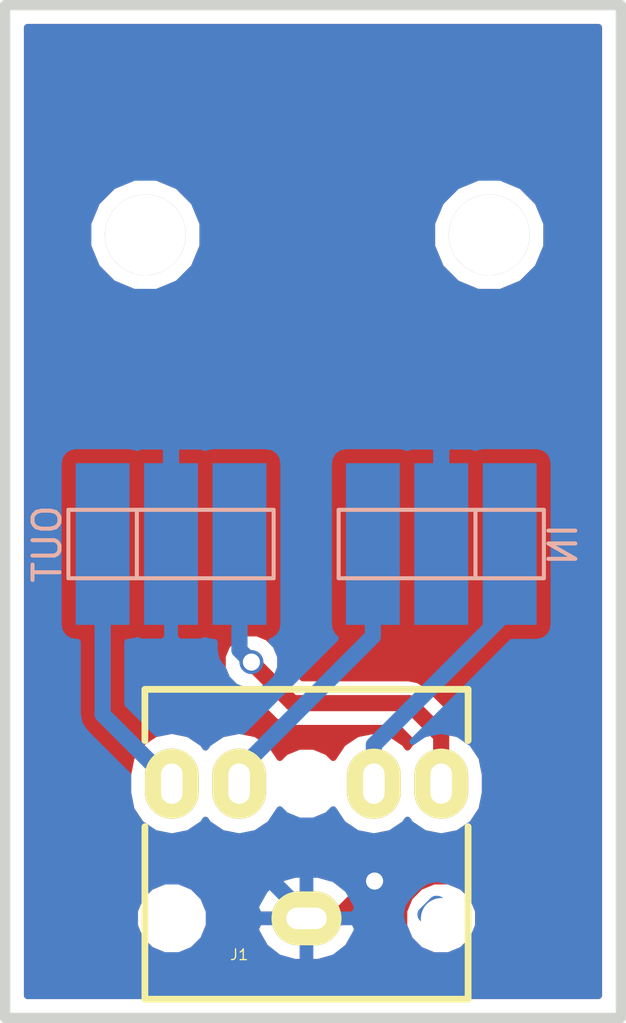
<source format=kicad_pcb>
(kicad_pcb (version 20160815) (host pcbnew 4.1.0-alpha+201608211231+7083~46~ubuntu16.04.1-product)

  (general
    (links 6)
    (no_connects 0)
    (area 100.901499 71.945499 124.142501 109.918501)
    (thickness 1.6002)
    (drawings 5)
    (tracks 38)
    (zones 0)
    (modules 5)
    (nets 6)
  )

  (page A4)
  (title_block
    (date "22 sep 2014")
  )

  (layers
    (0 Front signal)
    (31 Back signal)
    (32 B.Adhes user)
    (33 F.Adhes user)
    (34 B.Paste user)
    (35 F.Paste user)
    (36 B.SilkS user)
    (37 F.SilkS user)
    (38 B.Mask user)
    (39 F.Mask user)
    (40 Dwgs.User user)
    (41 Cmts.User user)
    (42 Eco1.User user)
    (43 Eco2.User user)
    (44 Edge.Cuts user)
  )

  (setup
    (last_trace_width 0.59944)
    (trace_clearance 0.254)
    (zone_clearance 0.508)
    (zone_45_only yes)
    (trace_min 0.2032)
    (segment_width 0.381)
    (edge_width 0.381)
    (via_size 0.889)
    (via_drill 0.635)
    (via_min_size 0.889)
    (via_min_drill 0.508)
    (uvia_size 0.508)
    (uvia_drill 0.127)
    (uvias_allowed no)
    (uvia_min_size 0.508)
    (uvia_min_drill 0.127)
    (pcb_text_width 0.3048)
    (pcb_text_size 1.524 2.032)
    (mod_edge_width 0.381)
    (mod_text_size 1.524 1.524)
    (mod_text_width 0.3048)
    (pad_size 3 3)
    (pad_drill 3)
    (pad_to_mask_clearance 0.254)
    (aux_axis_origin 0 0)
    (visible_elements FFFFFF3F)
    (pcbplotparams
      (layerselection 0x00000_80000000)
      (usegerberextensions false)
      (excludeedgelayer true)
      (linewidth 0.150000)
      (plotframeref false)
      (viasonmask false)
      (mode 1)
      (useauxorigin false)
      (hpglpennumber 1)
      (hpglpenspeed 20)
      (hpglpendiameter 15)
      (psnegative false)
      (psa4output false)
      (plotreference true)
      (plotvalue true)
      (plotinvisibletext false)
      (padsonsilk false)
      (subtractmaskfromsilk false)
      (outputformat 2)
      (mirror false)
      (drillshape 0)
      (scaleselection 1)
      (outputdirectory /home/nail/tmp/plot/))
  )

  (net 0 "")
  (net 1 AGND)
  (net 2 CD_left_in)
  (net 3 RADIO_left_out)
  (net 4 CD_right_in)
  (net 5 RADIO_right_out)

  (net_class Default "This is the default net class."
    (clearance 0.254)
    (trace_width 0.59944)
    (via_dia 0.889)
    (via_drill 0.635)
    (uvia_dia 0.508)
    (uvia_drill 0.127)
    (diff_pair_gap 0.25)
    (diff_pair_width 0.2)
    (add_net AGND)
    (add_net CD_left_in)
    (add_net CD_right_in)
    (add_net RADIO_left_out)
    (add_net RADIO_right_out)
  )

  (module Pin_Headers:Pin_Header_Straight_1x03 (layer Back) (tedit 56C5B6ED) (tstamp 54B4E9C4)
    (at 117.2845 92.1385 180)
    (descr "Through hole pin header")
    (tags "pin header")
    (path /5491A2C9)
    (fp_text reference P1 (at 0 2.286 180) (layer B.SilkS) hide
      (effects (font (size 1 1) (thickness 0.15)) (justify mirror))
    )
    (fp_text value IN (at -4.5212 -0.0254 270) (layer B.SilkS)
      (effects (font (size 1 1) (thickness 0.15)) (justify mirror))
    )
    (fp_line (start -1.27 -1.27) (end 3.81 -1.27) (layer B.SilkS) (width 0.15))
    (fp_line (start 3.81 -1.27) (end 3.81 1.27) (layer B.SilkS) (width 0.15))
    (fp_line (start 3.81 1.27) (end -1.27 1.27) (layer B.SilkS) (width 0.15))
    (fp_line (start -3.81 1.27) (end -1.27 1.27) (layer B.SilkS) (width 0.15))
    (fp_line (start -1.27 1.27) (end -1.27 -1.27) (layer B.SilkS) (width 0.15))
    (fp_line (start -3.81 1.27) (end -3.81 -1.27) (layer B.SilkS) (width 0.15))
    (fp_line (start -3.81 -1.27) (end -1.27 -1.27) (layer B.SilkS) (width 0.15))
    (pad 1 smd rect (at -2.54 0 180) (size 2 6) (layers Back B.Paste B.Mask)
      (net 2 CD_left_in) (zone_connect 2))
    (pad 2 smd rect (at 0 0 180) (size 2 6) (layers Back B.Paste B.Mask)
      (net 1 AGND))
    (pad 3 smd rect (at 2.54 0 180) (size 2 6) (layers Back B.Paste B.Mask)
      (net 4 CD_right_in))
    (model Pin_Headers/Pin_Header_Straight_1x03.wrl
      (at (xyz 0 0 0))
      (scale (xyz 1 1 1))
      (rotate (xyz 0 0 0))
    )
  )

  (module Pin_Headers:Pin_Header_Straight_1x03 (layer Back) (tedit 56C5B6E4) (tstamp 54D35AF3)
    (at 107.2515 92.1385)
    (descr "Through hole pin header")
    (tags "pin header")
    (path /5491A2E7)
    (fp_text reference P2 (at 0 2.286) (layer B.SilkS) hide
      (effects (font (size 1 1) (thickness 0.15)) (justify mirror))
    )
    (fp_text value OUT (at -4.5974 0 -90) (layer B.SilkS)
      (effects (font (size 1 1) (thickness 0.15)) (justify mirror))
    )
    (fp_line (start -1.27 -1.27) (end 3.81 -1.27) (layer B.SilkS) (width 0.15))
    (fp_line (start 3.81 -1.27) (end 3.81 1.27) (layer B.SilkS) (width 0.15))
    (fp_line (start 3.81 1.27) (end -1.27 1.27) (layer B.SilkS) (width 0.15))
    (fp_line (start -3.81 1.27) (end -1.27 1.27) (layer B.SilkS) (width 0.15))
    (fp_line (start -1.27 1.27) (end -1.27 -1.27) (layer B.SilkS) (width 0.15))
    (fp_line (start -3.81 1.27) (end -3.81 -1.27) (layer B.SilkS) (width 0.15))
    (fp_line (start -3.81 -1.27) (end -1.27 -1.27) (layer B.SilkS) (width 0.15))
    (pad 1 smd rect (at -2.54 0) (size 2 6) (layers Back B.Paste B.Mask)
      (net 5 RADIO_right_out))
    (pad 2 smd rect (at 0 0) (size 2 6) (layers Back B.Paste B.Mask)
      (net 1 AGND))
    (pad 3 smd rect (at 2.54 0) (size 2 6) (layers Back B.Paste B.Mask)
      (net 3 RADIO_left_out))
    (model Pin_Headers/Pin_Header_Straight_1x03.wrl
      (at (xyz 0 0 0))
      (scale (xyz 1 1 1))
      (rotate (xyz 0 0 0))
    )
  )

  (module Mounting_Holes:MountingHole_3mm (layer Front) (tedit 56C5B811) (tstamp 56C868BD)
    (at 106.299 80.66024)
    (descr "Mounting hole, Befestigungsbohrung, 3mm, No Annular, Kein Restring,")
    (tags "Mounting hole, Befestigungsbohrung, 3mm, No Annular, Kein Restring,")
    (fp_text reference REF** (at 0 -4.0005) (layer F.SilkS) hide
      (effects (font (size 1 1) (thickness 0.15)))
    )
    (fp_text value MountingHole_3mm (at 1.00076 5.00126) (layer F.Fab) hide
      (effects (font (size 1 1) (thickness 0.15)))
    )
    (fp_circle (center 0 0) (end 3 0) (layer Cmts.User) (width 0.381))
    (pad 1 thru_hole circle (at 0 0) (size 3 3) (drill 3) (layers))
  )

  (module Mounting_Holes:MountingHole_3mm (layer Front) (tedit 56C5B80F) (tstamp 56C868CB)
    (at 119.06504 80.66024)
    (descr "Mounting hole, Befestigungsbohrung, 3mm, No Annular, Kein Restring,")
    (tags "Mounting hole, Befestigungsbohrung, 3mm, No Annular, Kein Restring,")
    (fp_text reference REF** (at 0 -4.0005) (layer F.SilkS) hide
      (effects (font (size 1 1) (thickness 0.15)))
    )
    (fp_text value MountingHole_3mm (at 1.00076 5.00126) (layer F.Fab) hide
      (effects (font (size 1 1) (thickness 0.15)))
    )
    (fp_circle (center 0 0) (end 3 0) (layer Cmts.User) (width 0.381))
    (pad 1 thru_hole circle (at 0 0) (size 3 3) (drill 3) (layers))
  )

  (module jacks:3.5mm_stereo_jack_PJ306M_no_screw_terminal (layer Front) (tedit 5812106C) (tstamp 54D35887)
    (at 112.2807 106.0323 180)
    (path /54919413)
    (fp_text reference J1 (at 2.5 -1.35 180) (layer F.SilkS)
      (effects (font (size 0.39878 0.39878) (thickness 0.0508)))
    )
    (fp_text value SCJ368R1NUS0B00G (at 0 2.35 180) (layer F.SilkS) hide
      (effects (font (thickness 0.3048)))
    )
    (fp_line (start -6 3.4) (end -6 -3) (layer F.SilkS) (width 0.25))
    (fp_line (start 6 3.4) (end 6 -3) (layer F.SilkS) (width 0.25))
    (fp_line (start 6 8.5) (end 6 6.6) (layer F.SilkS) (width 0.25))
    (fp_line (start -6 8.5) (end -6 6.6) (layer F.SilkS) (width 0.25))
    (fp_line (start 6 8.5) (end -6 8.5) (layer F.SilkS) (width 0.25))
    (fp_line (start -6 -3) (end 6 -3) (layer F.SilkS) (width 0.25))
    (pad 1 thru_hole oval (at 0 0 180) (size 2.6 2) (drill oval 1.5 0.8) (layers *.Cu *.Mask F.SilkS)
      (net 1 AGND))
    (pad 2 thru_hole oval (at 5 5 180) (size 2 2.6) (drill oval 0.8 1.5) (layers *.Cu *.Mask F.SilkS)
      (net 5 RADIO_right_out))
    (pad 3 thru_hole oval (at 2.5 5 180) (size 2 2.6) (drill oval 0.8 1.5) (layers *.Cu *.Mask F.SilkS)
      (net 4 CD_right_in))
    (pad 5 thru_hole oval (at -5 5 180) (size 2 2.6) (drill oval 0.8 1.5) (layers *.Cu *.Mask F.SilkS)
      (net 3 RADIO_left_out))
    (pad 4 thru_hole oval (at -2.5 5 180) (size 2 2.6) (drill oval 0.8 1.5) (layers *.Cu *.Mask F.SilkS)
      (net 2 CD_left_in))
    (pad "" np_thru_hole circle (at 0 5 180) (size 1.5 1.5) (drill 1.5) (layers *.Cu *.Mask F.SilkS))
    (pad "" np_thru_hole circle (at 5 0 180) (size 1.5 1.5) (drill 1.5) (layers *.Cu *.Mask F.SilkS))
    (pad "" np_thru_hole circle (at -5 0 180) (size 1.5 1.5) (drill 1.5) (layers *.Cu *.Mask F.SilkS))
  )

  (gr_line (start 101.092 72.136) (end 101.6 72.136) (angle 90) (layer Edge.Cuts) (width 0.381))
  (gr_line (start 101.092 109.728) (end 101.092 72.136) (angle 90) (layer Edge.Cuts) (width 0.381))
  (gr_line (start 123.952 109.728) (end 101.092 109.728) (angle 90) (layer Edge.Cuts) (width 0.381))
  (gr_line (start 123.952 72.136) (end 123.952 109.728) (angle 90) (layer Edge.Cuts) (width 0.381))
  (gr_line (start 101.6 72.136) (end 123.952 72.136) (angle 90) (layer Edge.Cuts) (width 0.381))

  (segment (start 116.6972 105.8926) (end 117.0966 105.4932) (width 0.59944) (layer Back) (net 0) (tstamp 56C5B5E5))
  (segment (start 117.0966 105.4932) (end 117.1378 105.4932) (width 0.59944) (layer Back) (net 0))
  (segment (start 107.2515 92.1385) (end 107.2515 87.9475) (width 0.59944) (layer Back) (net 1) (status 400000))
  (segment (start 110.236 103.886) (end 112.2807 105.9307) (width 0.59944) (layer Back) (net 1) (tstamp 58121429) (status 800000))
  (segment (start 103.632 103.886) (end 110.236 103.886) (width 0.59944) (layer Back) (net 1) (tstamp 58121428))
  (segment (start 102.362 102.616) (end 103.632 103.886) (width 0.59944) (layer Back) (net 1) (tstamp 58121427))
  (segment (start 102.362 88.646) (end 102.362 102.616) (width 0.59944) (layer Back) (net 1) (tstamp 58121426))
  (segment (start 103.378 87.63) (end 102.362 88.646) (width 0.59944) (layer Back) (net 1) (tstamp 58121425))
  (segment (start 106.934 87.63) (end 103.378 87.63) (width 0.59944) (layer Back) (net 1) (tstamp 58121424))
  (segment (start 107.2515 87.9475) (end 106.934 87.63) (width 0.59944) (layer Back) (net 1) (tstamp 58121423))
  (segment (start 112.2807 105.9307) (end 112.2807 106.0323) (width 0.59944) (layer Back) (net 1) (tstamp 5812142A) (status C00000))
  (segment (start 112.2807 106.0323) (end 113.4237 106.0323) (width 0.59944) (layer Front) (net 1) (status C00000))
  (segment (start 113.4237 106.0323) (end 114.808 104.648) (width 0.59944) (layer Front) (net 1) (tstamp 58121411) (status 400000))
  (via (at 114.808 104.648) (size 0.889) (drill 0.635) (layers Front Back) (net 1))
  (segment (start 114.808 104.648) (end 115.316 104.14) (width 0.59944) (layer Back) (net 1) (tstamp 58121415))
  (segment (start 115.316 104.14) (end 119.126 104.14) (width 0.59944) (layer Back) (net 1) (tstamp 58121416))
  (segment (start 119.126 104.14) (end 122.428 100.838) (width 0.59944) (layer Back) (net 1) (tstamp 58121419))
  (segment (start 122.428 100.838) (end 122.428 88.392) (width 0.59944) (layer Back) (net 1) (tstamp 5812141B))
  (segment (start 122.428 88.392) (end 121.158 87.122) (width 0.59944) (layer Back) (net 1) (tstamp 5812141D))
  (segment (start 121.158 87.122) (end 117.856 87.122) (width 0.59944) (layer Back) (net 1) (tstamp 5812141E))
  (segment (start 117.856 87.122) (end 117.2845 87.6935) (width 0.59944) (layer Back) (net 1) (tstamp 5812141F))
  (segment (start 117.2845 87.6935) (end 117.2845 92.1385) (width 0.59944) (layer Back) (net 1) (tstamp 58121420) (status 800000))
  (segment (start 107.3912 92.71) (end 107.3912 91.8464) (width 0.59944) (layer Back) (net 1))
  (segment (start 119.8245 92.1385) (end 119.8245 94.5515) (width 0.59944) (layer Back) (net 2) (status C00000))
  (segment (start 119.8245 94.5515) (end 114.7807 99.5953) (width 0.59944) (layer Back) (net 2) (tstamp 581213FD) (status 400000))
  (segment (start 114.7807 99.5953) (end 114.7807 101.0323) (width 0.59944) (layer Back) (net 2) (tstamp 581213FF) (status 800000))
  (segment (start 109.7915 92.1385) (end 109.7915 96.0755) (width 0.59944) (layer Back) (net 3) (status 400000))
  (segment (start 117.2807 99.2467) (end 117.2807 101.0323) (width 0.59944) (layer Front) (net 3) (tstamp 58121407) (status 800000))
  (segment (start 116.078 98.044) (end 117.2807 99.2467) (width 0.59944) (layer Front) (net 3) (tstamp 58121406))
  (segment (start 111.76 98.044) (end 116.078 98.044) (width 0.59944) (layer Front) (net 3) (tstamp 58121405))
  (segment (start 110.236 96.52) (end 111.76 98.044) (width 0.59944) (layer Front) (net 3) (tstamp 58121404))
  (via (at 110.236 96.52) (size 0.889) (drill 0.635) (layers Front Back) (net 3))
  (segment (start 109.7915 96.0755) (end 110.236 96.52) (width 0.59944) (layer Back) (net 3) (tstamp 58121402))
  (segment (start 109.7807 101.0323) (end 109.7807 100.5313) (width 0.59944) (layer Back) (net 4) (status C00000))
  (segment (start 109.7807 100.5313) (end 114.7445 95.5675) (width 0.59944) (layer Back) (net 4) (tstamp 581213F2) (status 400000))
  (segment (start 114.7445 95.5675) (end 114.7445 92.1385) (width 0.59944) (layer Back) (net 4) (tstamp 581213F3) (status 800000))
  (segment (start 104.7115 92.1385) (end 104.7115 98.4631) (width 0.59944) (layer Back) (net 5) (status 400000))
  (segment (start 104.7115 98.4631) (end 107.2807 101.0323) (width 0.59944) (layer Back) (net 5) (tstamp 581213EB) (status 800000))

  (zone (net 1) (net_name AGND) (layer Back) (tstamp 5812142F) (hatch edge 0.508)
    (connect_pads (clearance 0.508))
    (min_thickness 0.254)
    (fill yes (arc_segments 16) (thermal_gap 0.508) (thermal_bridge_width 0.508))
    (polygon
      (pts
        (xy 123.952 109.728) (xy 101.092 109.728) (xy 101.092 72.136) (xy 123.952 72.136)
      )
    )
    (filled_polygon
      (pts
        (xy 123.1265 108.9025) (xy 101.9175 108.9025) (xy 101.9175 106.306585) (xy 105.89546 106.306585) (xy 106.105869 106.815815)
        (xy 106.495136 107.205761) (xy 107.003998 107.417059) (xy 107.554985 107.41754) (xy 108.064215 107.207131) (xy 108.454161 106.817864)
        (xy 108.622385 106.412734) (xy 110.390576 106.412734) (xy 110.421556 106.540655) (xy 110.734778 107.098617) (xy 111.23768 107.494242)
        (xy 111.8537 107.6673) (xy 112.1537 107.6673) (xy 112.1537 106.1593) (xy 112.4077 106.1593) (xy 112.4077 107.6673)
        (xy 112.7077 107.6673) (xy 113.32372 107.494242) (xy 113.826622 107.098617) (xy 114.139844 106.540655) (xy 114.170824 106.412734)
        (xy 114.051477 106.1593) (xy 112.4077 106.1593) (xy 112.1537 106.1593) (xy 110.509923 106.1593) (xy 110.390576 106.412734)
        (xy 108.622385 106.412734) (xy 108.665459 106.309002) (xy 108.66594 105.758015) (xy 108.622081 105.651866) (xy 110.390576 105.651866)
        (xy 110.509923 105.9053) (xy 112.1537 105.9053) (xy 112.1537 104.3973) (xy 112.4077 104.3973) (xy 112.4077 105.9053)
        (xy 114.051477 105.9053) (xy 114.057457 105.8926) (xy 115.76248 105.8926) (xy 115.833631 106.250302) (xy 115.93471 106.401577)
        (xy 116.105869 106.815815) (xy 116.495136 107.205761) (xy 117.003998 107.417059) (xy 117.554985 107.41754) (xy 118.064215 107.207131)
        (xy 118.454161 106.817864) (xy 118.665459 106.309002) (xy 118.66594 105.758015) (xy 118.455531 105.248785) (xy 118.066264 104.858839)
        (xy 117.557402 104.647541) (xy 117.52226 104.64751) (xy 117.495502 104.629631) (xy 117.1378 104.55848) (xy 117.0966 104.55848)
        (xy 116.738898 104.629631) (xy 116.435653 104.832253) (xy 116.036253 105.231653) (xy 115.833631 105.534898) (xy 115.76248 105.8926)
        (xy 114.057457 105.8926) (xy 114.170824 105.651866) (xy 114.139844 105.523945) (xy 113.826622 104.965983) (xy 113.32372 104.570358)
        (xy 112.7077 104.3973) (xy 112.4077 104.3973) (xy 112.1537 104.3973) (xy 111.8537 104.3973) (xy 111.23768 104.570358)
        (xy 110.734778 104.965983) (xy 110.421556 105.523945) (xy 110.390576 105.651866) (xy 108.622081 105.651866) (xy 108.455531 105.248785)
        (xy 108.066264 104.858839) (xy 107.557402 104.647541) (xy 107.006415 104.64706) (xy 106.497185 104.857469) (xy 106.107239 105.246736)
        (xy 105.895941 105.755598) (xy 105.89546 106.306585) (xy 101.9175 106.306585) (xy 101.9175 89.1385) (xy 103.06406 89.1385)
        (xy 103.06406 95.1385) (xy 103.113343 95.386265) (xy 103.253691 95.596309) (xy 103.463735 95.736657) (xy 103.7115 95.78594)
        (xy 103.77678 95.78594) (xy 103.77678 98.4631) (xy 103.847931 98.820802) (xy 104.050553 99.124047) (xy 105.6457 100.719194)
        (xy 105.6457 101.370209) (xy 105.770157 101.995896) (xy 106.12458 102.526329) (xy 106.655013 102.880752) (xy 107.2807 103.005209)
        (xy 107.906387 102.880752) (xy 108.43682 102.526329) (xy 108.5307 102.385827) (xy 108.62458 102.526329) (xy 109.155013 102.880752)
        (xy 109.7807 103.005209) (xy 110.406387 102.880752) (xy 110.93682 102.526329) (xy 111.288995 101.99926) (xy 111.495136 102.205761)
        (xy 112.003998 102.417059) (xy 112.554985 102.41754) (xy 113.064215 102.207131) (xy 113.272422 101.999286) (xy 113.62458 102.526329)
        (xy 114.155013 102.880752) (xy 114.7807 103.005209) (xy 115.406387 102.880752) (xy 115.93682 102.526329) (xy 116.0307 102.385827)
        (xy 116.12458 102.526329) (xy 116.655013 102.880752) (xy 117.2807 103.005209) (xy 117.906387 102.880752) (xy 118.43682 102.526329)
        (xy 118.791243 101.995896) (xy 118.9157 101.370209) (xy 118.9157 100.694391) (xy 118.791243 100.068704) (xy 118.43682 99.538271)
        (xy 117.906387 99.183848) (xy 117.2807 99.059391) (xy 116.655013 99.183848) (xy 116.230187 99.467707) (xy 119.911954 95.78594)
        (xy 120.8245 95.78594) (xy 121.072265 95.736657) (xy 121.282309 95.596309) (xy 121.422657 95.386265) (xy 121.47194 95.1385)
        (xy 121.47194 89.1385) (xy 121.422657 88.890735) (xy 121.282309 88.680691) (xy 121.072265 88.540343) (xy 120.8245 88.49106)
        (xy 118.8245 88.49106) (xy 118.576735 88.540343) (xy 118.547276 88.560027) (xy 118.410809 88.5035) (xy 117.57025 88.5035)
        (xy 117.4115 88.66225) (xy 117.4115 92.0115) (xy 117.4315 92.0115) (xy 117.4315 92.2655) (xy 117.4115 92.2655)
        (xy 117.4115 92.2855) (xy 117.1575 92.2855) (xy 117.1575 92.2655) (xy 117.1375 92.2655) (xy 117.1375 92.0115)
        (xy 117.1575 92.0115) (xy 117.1575 88.66225) (xy 116.99875 88.5035) (xy 116.158191 88.5035) (xy 116.021724 88.560027)
        (xy 115.992265 88.540343) (xy 115.7445 88.49106) (xy 113.7445 88.49106) (xy 113.496735 88.540343) (xy 113.286691 88.680691)
        (xy 113.146343 88.890735) (xy 113.09706 89.1385) (xy 113.09706 95.1385) (xy 113.146343 95.386265) (xy 113.286691 95.596309)
        (xy 113.350896 95.63921) (xy 109.905826 99.08428) (xy 109.7807 99.059391) (xy 109.155013 99.183848) (xy 108.62458 99.538271)
        (xy 108.5307 99.678773) (xy 108.43682 99.538271) (xy 107.906387 99.183848) (xy 107.2807 99.059391) (xy 106.737695 99.167401)
        (xy 105.64622 98.075926) (xy 105.64622 95.78594) (xy 105.7115 95.78594) (xy 105.959265 95.736657) (xy 105.988724 95.716973)
        (xy 106.125191 95.7735) (xy 106.96575 95.7735) (xy 107.1245 95.61475) (xy 107.1245 92.2655) (xy 107.1045 92.2655)
        (xy 107.1045 92.0115) (xy 107.1245 92.0115) (xy 107.1245 88.66225) (xy 107.3785 88.66225) (xy 107.3785 92.0115)
        (xy 107.3985 92.0115) (xy 107.3985 92.2655) (xy 107.3785 92.2655) (xy 107.3785 95.61475) (xy 107.53725 95.7735)
        (xy 108.377809 95.7735) (xy 108.514276 95.716973) (xy 108.543735 95.736657) (xy 108.7915 95.78594) (xy 108.85678 95.78594)
        (xy 108.85678 96.0755) (xy 108.927931 96.433202) (xy 109.130553 96.736447) (xy 109.176327 96.782221) (xy 109.320311 97.130689)
        (xy 109.623714 97.434622) (xy 110.020332 97.599313) (xy 110.449784 97.599687) (xy 110.846689 97.435689) (xy 111.150622 97.132286)
        (xy 111.315313 96.735668) (xy 111.315687 96.306216) (xy 111.151689 95.909311) (xy 110.989264 95.746603) (xy 111.039265 95.736657)
        (xy 111.249309 95.596309) (xy 111.389657 95.386265) (xy 111.43894 95.1385) (xy 111.43894 89.1385) (xy 111.389657 88.890735)
        (xy 111.249309 88.680691) (xy 111.039265 88.540343) (xy 110.7915 88.49106) (xy 108.7915 88.49106) (xy 108.543735 88.540343)
        (xy 108.514276 88.560027) (xy 108.377809 88.5035) (xy 107.53725 88.5035) (xy 107.3785 88.66225) (xy 107.1245 88.66225)
        (xy 106.96575 88.5035) (xy 106.125191 88.5035) (xy 105.988724 88.560027) (xy 105.959265 88.540343) (xy 105.7115 88.49106)
        (xy 103.7115 88.49106) (xy 103.463735 88.540343) (xy 103.253691 88.680691) (xy 103.113343 88.890735) (xy 103.06406 89.1385)
        (xy 101.9175 89.1385) (xy 101.9175 81.083055) (xy 104.16363 81.083055) (xy 104.48798 81.86804) (xy 105.088041 82.469149)
        (xy 105.872459 82.794868) (xy 106.721815 82.79561) (xy 107.5068 82.47126) (xy 108.107909 81.871199) (xy 108.433628 81.086781)
        (xy 108.433631 81.083055) (xy 116.92967 81.083055) (xy 117.25402 81.86804) (xy 117.854081 82.469149) (xy 118.638499 82.794868)
        (xy 119.487855 82.79561) (xy 120.27284 82.47126) (xy 120.873949 81.871199) (xy 121.199668 81.086781) (xy 121.20041 80.237425)
        (xy 120.87606 79.45244) (xy 120.275999 78.851331) (xy 119.491581 78.525612) (xy 118.642225 78.52487) (xy 117.85724 78.84922)
        (xy 117.256131 79.449281) (xy 116.930412 80.233699) (xy 116.92967 81.083055) (xy 108.433631 81.083055) (xy 108.43437 80.237425)
        (xy 108.11002 79.45244) (xy 107.509959 78.851331) (xy 106.725541 78.525612) (xy 105.876185 78.52487) (xy 105.0912 78.84922)
        (xy 104.490091 79.449281) (xy 104.164372 80.233699) (xy 104.16363 81.083055) (xy 101.9175 81.083055) (xy 101.9175 72.9615)
        (xy 123.1265 72.9615)
      )
    )
  )
  (zone (net 1) (net_name AGND) (layer Front) (tstamp 58121440) (hatch edge 0.508)
    (connect_pads (clearance 0.508))
    (min_thickness 0.254)
    (fill yes (arc_segments 16) (thermal_gap 0.508) (thermal_bridge_width 0.508))
    (polygon
      (pts
        (xy 123.952 109.728) (xy 101.092 109.728) (xy 101.092 72.136) (xy 123.952 72.136)
      )
    )
    (filled_polygon
      (pts
        (xy 123.1265 108.9025) (xy 101.9175 108.9025) (xy 101.9175 106.306585) (xy 105.89546 106.306585) (xy 106.105869 106.815815)
        (xy 106.495136 107.205761) (xy 107.003998 107.417059) (xy 107.554985 107.41754) (xy 108.064215 107.207131) (xy 108.454161 106.817864)
        (xy 108.622385 106.412734) (xy 110.390576 106.412734) (xy 110.421556 106.540655) (xy 110.734778 107.098617) (xy 111.23768 107.494242)
        (xy 111.8537 107.6673) (xy 112.1537 107.6673) (xy 112.1537 106.1593) (xy 112.4077 106.1593) (xy 112.4077 107.6673)
        (xy 112.7077 107.6673) (xy 113.32372 107.494242) (xy 113.826622 107.098617) (xy 114.139844 106.540655) (xy 114.170824 106.412734)
        (xy 114.120837 106.306585) (xy 115.89546 106.306585) (xy 116.105869 106.815815) (xy 116.495136 107.205761) (xy 117.003998 107.417059)
        (xy 117.554985 107.41754) (xy 118.064215 107.207131) (xy 118.454161 106.817864) (xy 118.665459 106.309002) (xy 118.66594 105.758015)
        (xy 118.455531 105.248785) (xy 118.066264 104.858839) (xy 117.557402 104.647541) (xy 117.006415 104.64706) (xy 116.497185 104.857469)
        (xy 116.107239 105.246736) (xy 115.895941 105.755598) (xy 115.89546 106.306585) (xy 114.120837 106.306585) (xy 114.051477 106.1593)
        (xy 112.4077 106.1593) (xy 112.1537 106.1593) (xy 110.509923 106.1593) (xy 110.390576 106.412734) (xy 108.622385 106.412734)
        (xy 108.665459 106.309002) (xy 108.66594 105.758015) (xy 108.622081 105.651866) (xy 110.390576 105.651866) (xy 110.509923 105.9053)
        (xy 112.1537 105.9053) (xy 112.1537 104.3973) (xy 112.4077 104.3973) (xy 112.4077 105.9053) (xy 114.051477 105.9053)
        (xy 114.170824 105.651866) (xy 114.139844 105.523945) (xy 113.826622 104.965983) (xy 113.32372 104.570358) (xy 112.7077 104.3973)
        (xy 112.4077 104.3973) (xy 112.1537 104.3973) (xy 111.8537 104.3973) (xy 111.23768 104.570358) (xy 110.734778 104.965983)
        (xy 110.421556 105.523945) (xy 110.390576 105.651866) (xy 108.622081 105.651866) (xy 108.455531 105.248785) (xy 108.066264 104.858839)
        (xy 107.557402 104.647541) (xy 107.006415 104.64706) (xy 106.497185 104.857469) (xy 106.107239 105.246736) (xy 105.895941 105.755598)
        (xy 105.89546 106.306585) (xy 101.9175 106.306585) (xy 101.9175 100.694391) (xy 105.6457 100.694391) (xy 105.6457 101.370209)
        (xy 105.770157 101.995896) (xy 106.12458 102.526329) (xy 106.655013 102.880752) (xy 107.2807 103.005209) (xy 107.906387 102.880752)
        (xy 108.43682 102.526329) (xy 108.5307 102.385827) (xy 108.62458 102.526329) (xy 109.155013 102.880752) (xy 109.7807 103.005209)
        (xy 110.406387 102.880752) (xy 110.93682 102.526329) (xy 111.288995 101.99926) (xy 111.495136 102.205761) (xy 112.003998 102.417059)
        (xy 112.554985 102.41754) (xy 113.064215 102.207131) (xy 113.272422 101.999286) (xy 113.62458 102.526329) (xy 114.155013 102.880752)
        (xy 114.7807 103.005209) (xy 115.406387 102.880752) (xy 115.93682 102.526329) (xy 116.0307 102.385827) (xy 116.12458 102.526329)
        (xy 116.655013 102.880752) (xy 117.2807 103.005209) (xy 117.906387 102.880752) (xy 118.43682 102.526329) (xy 118.791243 101.995896)
        (xy 118.9157 101.370209) (xy 118.9157 100.694391) (xy 118.791243 100.068704) (xy 118.43682 99.538271) (xy 118.21542 99.390337)
        (xy 118.21542 99.2467) (xy 118.144269 98.888998) (xy 117.941647 98.585753) (xy 116.738947 97.383053) (xy 116.435702 97.180431)
        (xy 116.078 97.10928) (xy 112.147174 97.10928) (xy 111.295673 96.257779) (xy 111.151689 95.909311) (xy 110.848286 95.605378)
        (xy 110.451668 95.440687) (xy 110.022216 95.440313) (xy 109.625311 95.604311) (xy 109.321378 95.907714) (xy 109.156687 96.304332)
        (xy 109.156313 96.733784) (xy 109.320311 97.130689) (xy 109.623714 97.434622) (xy 109.974308 97.580202) (xy 111.099053 98.704947)
        (xy 111.402298 98.907569) (xy 111.76 98.97872) (xy 115.690826 98.97872) (xy 116.19999 99.487884) (xy 116.12458 99.538271)
        (xy 116.0307 99.678773) (xy 115.93682 99.538271) (xy 115.406387 99.183848) (xy 114.7807 99.059391) (xy 114.155013 99.183848)
        (xy 113.62458 99.538271) (xy 113.272405 100.06534) (xy 113.066264 99.858839) (xy 112.557402 99.647541) (xy 112.006415 99.64706)
        (xy 111.497185 99.857469) (xy 111.288978 100.065314) (xy 110.93682 99.538271) (xy 110.406387 99.183848) (xy 109.7807 99.059391)
        (xy 109.155013 99.183848) (xy 108.62458 99.538271) (xy 108.5307 99.678773) (xy 108.43682 99.538271) (xy 107.906387 99.183848)
        (xy 107.2807 99.059391) (xy 106.655013 99.183848) (xy 106.12458 99.538271) (xy 105.770157 100.068704) (xy 105.6457 100.694391)
        (xy 101.9175 100.694391) (xy 101.9175 81.083055) (xy 104.16363 81.083055) (xy 104.48798 81.86804) (xy 105.088041 82.469149)
        (xy 105.872459 82.794868) (xy 106.721815 82.79561) (xy 107.5068 82.47126) (xy 108.107909 81.871199) (xy 108.433628 81.086781)
        (xy 108.433631 81.083055) (xy 116.92967 81.083055) (xy 117.25402 81.86804) (xy 117.854081 82.469149) (xy 118.638499 82.794868)
        (xy 119.487855 82.79561) (xy 120.27284 82.47126) (xy 120.873949 81.871199) (xy 121.199668 81.086781) (xy 121.20041 80.237425)
        (xy 120.87606 79.45244) (xy 120.275999 78.851331) (xy 119.491581 78.525612) (xy 118.642225 78.52487) (xy 117.85724 78.84922)
        (xy 117.256131 79.449281) (xy 116.930412 80.233699) (xy 116.92967 81.083055) (xy 108.433631 81.083055) (xy 108.43437 80.237425)
        (xy 108.11002 79.45244) (xy 107.509959 78.851331) (xy 106.725541 78.525612) (xy 105.876185 78.52487) (xy 105.0912 78.84922)
        (xy 104.490091 79.449281) (xy 104.164372 80.233699) (xy 104.16363 81.083055) (xy 101.9175 81.083055) (xy 101.9175 72.9615)
        (xy 123.1265 72.9615)
      )
    )
  )
)

</source>
